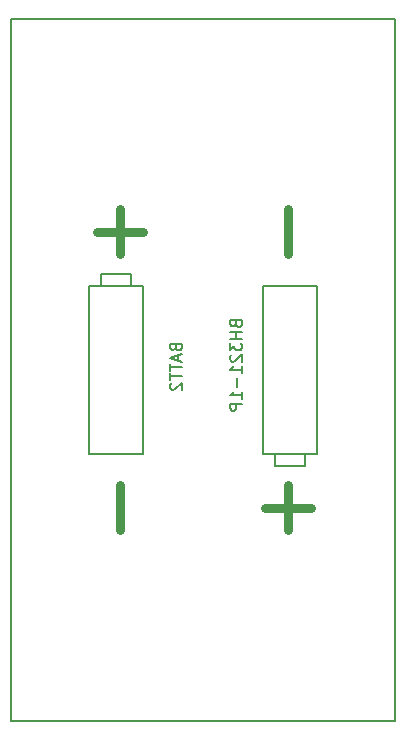
<source format=gbo>
G04 (created by PCBNEW (2013-07-07 BZR 4022)-stable) date Fri 19 Jul 2013 08:55:56 PM NZST*
%MOIN*%
G04 Gerber Fmt 3.4, Leading zero omitted, Abs format*
%FSLAX34Y34*%
G01*
G70*
G90*
G04 APERTURE LIST*
%ADD10C,0.00590551*%
%ADD11C,0.03*%
G04 APERTURE END LIST*
G54D10*
X28155Y-36818D02*
X28155Y-36418D01*
X28155Y-36418D02*
X27155Y-36418D01*
X27155Y-36418D02*
X27155Y-36818D01*
X28555Y-42418D02*
X28555Y-36818D01*
X28555Y-36818D02*
X26755Y-36818D01*
X26755Y-36818D02*
X26755Y-42418D01*
X26755Y-42418D02*
X28555Y-42418D01*
X33955Y-42418D02*
X33955Y-42818D01*
X33955Y-42818D02*
X32955Y-42818D01*
X32955Y-42818D02*
X32955Y-42418D01*
X34355Y-36818D02*
X34355Y-42418D01*
X34355Y-42418D02*
X32555Y-42418D01*
X32555Y-42418D02*
X32555Y-36818D01*
X32555Y-36818D02*
X34355Y-36818D01*
X36955Y-27918D02*
X24155Y-27918D01*
X24155Y-27918D02*
X24155Y-51318D01*
X24155Y-51318D02*
X36955Y-51318D01*
X36955Y-51318D02*
X36955Y-27918D01*
X29658Y-38890D02*
X29676Y-38946D01*
X29695Y-38965D01*
X29733Y-38983D01*
X29789Y-38983D01*
X29826Y-38965D01*
X29845Y-38946D01*
X29864Y-38908D01*
X29864Y-38758D01*
X29470Y-38758D01*
X29470Y-38890D01*
X29489Y-38927D01*
X29508Y-38946D01*
X29545Y-38965D01*
X29583Y-38965D01*
X29620Y-38946D01*
X29639Y-38927D01*
X29658Y-38890D01*
X29658Y-38758D01*
X29751Y-39133D02*
X29751Y-39321D01*
X29864Y-39096D02*
X29470Y-39227D01*
X29864Y-39358D01*
X29470Y-39433D02*
X29470Y-39658D01*
X29864Y-39546D02*
X29470Y-39546D01*
X29470Y-39733D02*
X29470Y-39958D01*
X29864Y-39846D02*
X29470Y-39846D01*
X29508Y-40071D02*
X29489Y-40089D01*
X29470Y-40127D01*
X29470Y-40221D01*
X29489Y-40258D01*
X29508Y-40277D01*
X29545Y-40296D01*
X29583Y-40296D01*
X29639Y-40277D01*
X29864Y-40052D01*
X29864Y-40296D01*
X31658Y-38099D02*
X31676Y-38155D01*
X31695Y-38174D01*
X31733Y-38193D01*
X31789Y-38193D01*
X31826Y-38174D01*
X31845Y-38155D01*
X31864Y-38118D01*
X31864Y-37968D01*
X31470Y-37968D01*
X31470Y-38099D01*
X31489Y-38137D01*
X31508Y-38155D01*
X31545Y-38174D01*
X31583Y-38174D01*
X31620Y-38155D01*
X31639Y-38137D01*
X31658Y-38099D01*
X31658Y-37968D01*
X31864Y-38361D02*
X31470Y-38361D01*
X31658Y-38361D02*
X31658Y-38586D01*
X31864Y-38586D02*
X31470Y-38586D01*
X31470Y-38736D02*
X31470Y-38980D01*
X31620Y-38849D01*
X31620Y-38905D01*
X31639Y-38943D01*
X31658Y-38961D01*
X31695Y-38980D01*
X31789Y-38980D01*
X31826Y-38961D01*
X31845Y-38943D01*
X31864Y-38905D01*
X31864Y-38793D01*
X31845Y-38755D01*
X31826Y-38736D01*
X31508Y-39130D02*
X31489Y-39149D01*
X31470Y-39186D01*
X31470Y-39280D01*
X31489Y-39318D01*
X31508Y-39336D01*
X31545Y-39355D01*
X31583Y-39355D01*
X31639Y-39336D01*
X31864Y-39111D01*
X31864Y-39355D01*
X31864Y-39730D02*
X31864Y-39505D01*
X31864Y-39618D02*
X31470Y-39618D01*
X31527Y-39580D01*
X31564Y-39543D01*
X31583Y-39505D01*
X31714Y-39899D02*
X31714Y-40199D01*
X31864Y-40592D02*
X31864Y-40367D01*
X31864Y-40480D02*
X31470Y-40480D01*
X31527Y-40442D01*
X31564Y-40405D01*
X31583Y-40367D01*
X31864Y-40761D02*
X31470Y-40761D01*
X31470Y-40911D01*
X31489Y-40949D01*
X31508Y-40967D01*
X31545Y-40986D01*
X31602Y-40986D01*
X31639Y-40967D01*
X31658Y-40949D01*
X31676Y-40911D01*
X31676Y-40761D01*
G54D11*
X33402Y-34256D02*
X33402Y-35780D01*
X27802Y-43456D02*
X27802Y-44980D01*
X27802Y-34256D02*
X27802Y-35780D01*
X28564Y-35018D02*
X27040Y-35018D01*
X33402Y-43456D02*
X33402Y-44980D01*
X34164Y-44218D02*
X32640Y-44218D01*
M02*

</source>
